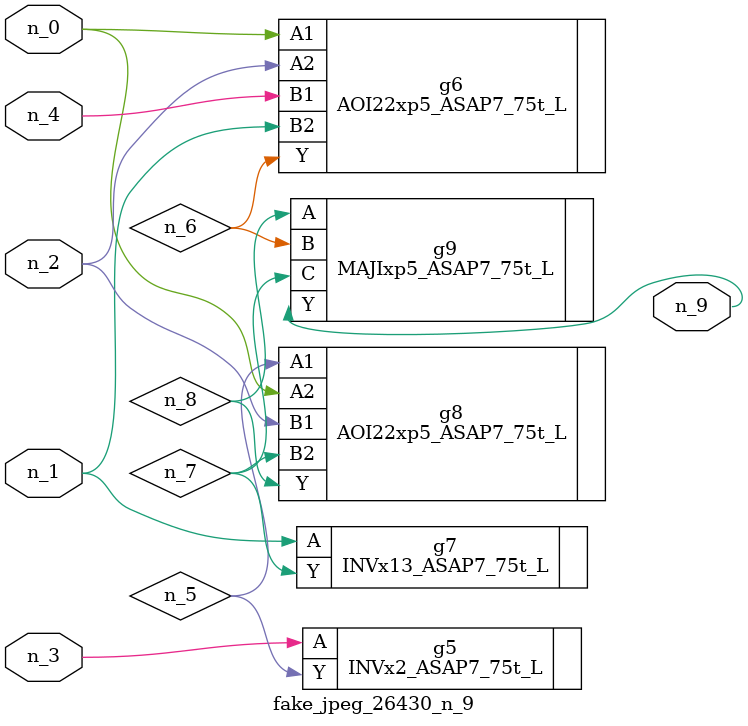
<source format=v>
module fake_jpeg_26430_n_9 (n_3, n_2, n_1, n_0, n_4, n_9);

input n_3;
input n_2;
input n_1;
input n_0;
input n_4;

output n_9;

wire n_8;
wire n_6;
wire n_5;
wire n_7;

INVx2_ASAP7_75t_L g5 ( 
.A(n_3),
.Y(n_5)
);

AOI22xp5_ASAP7_75t_L g6 ( 
.A1(n_0),
.A2(n_2),
.B1(n_4),
.B2(n_1),
.Y(n_6)
);

INVx13_ASAP7_75t_L g7 ( 
.A(n_1),
.Y(n_7)
);

AOI22xp5_ASAP7_75t_L g8 ( 
.A1(n_5),
.A2(n_0),
.B1(n_2),
.B2(n_7),
.Y(n_8)
);

MAJIxp5_ASAP7_75t_L g9 ( 
.A(n_8),
.B(n_6),
.C(n_7),
.Y(n_9)
);


endmodule
</source>
